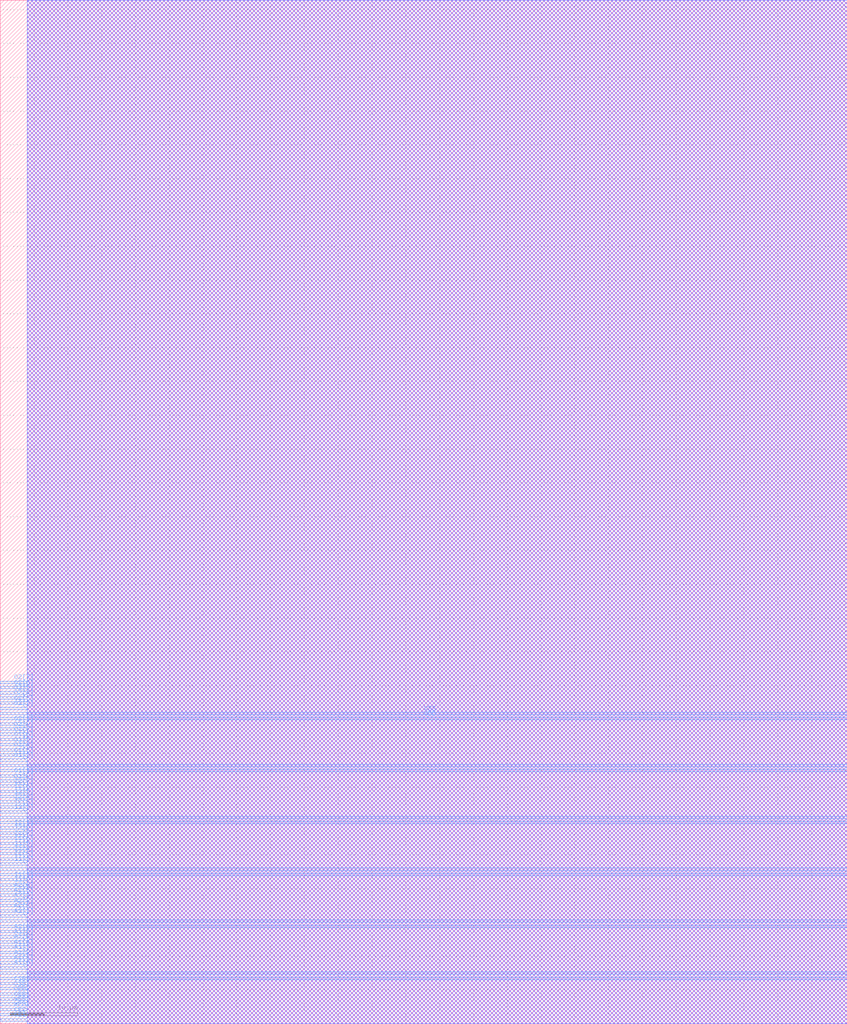
<source format=lef>
VERSION 5.6 ;
BUSBITCHARS "[]" ;
DIVIDERCHAR "/" ;

MACRO SRAM2RW128x8
  CLASS BLOCK ;
  ORIGIN 0 0 ;
  FOREIGN SRAM2RW128x8 0 0 ;
  SIZE 125.28 BY 151.408 ;
  SYMMETRY X Y ;
  SITE coreSite ;
  PIN VDD
    DIRECTION INOUT ;
    USE POWER ;
    PORT 
      LAYER M4 ;
        RECT 0.0 6.528 125.28 6.912 ;
        RECT 0.0 14.208 125.28 14.592 ;
        RECT 0.0 21.888 125.28 22.272 ;
        RECT 0.0 29.568 125.28 29.952 ;
        RECT 0.0 37.248 125.28 37.632 ;
        RECT 0.0 44.928 125.28 45.312 ;
    END 
  END VDD
  PIN VSS
    DIRECTION INOUT ;
    USE GROUND ;
    PORT 
      LAYER M4 ;
        RECT 0.0 7.296 125.28 7.68 ;
        RECT 0.0 14.976 125.28 15.36 ;
        RECT 0.0 22.656 125.28 23.04 ;
        RECT 0.0 30.336 125.28 30.72 ;
        RECT 0.0 38.016 125.28 38.4 ;
        RECT 0.0 45.696 125.28 46.08 ;
    END 
  END VSS
  PIN CE1
    DIRECTION INPUT ;
    USE SIGNAL ;
    PORT 
      LAYER M4 ;
        RECT 0.0 0.384 4.0 0.768 ;
    END 
  END CE1
  PIN CE2
    DIRECTION INPUT ;
    USE SIGNAL ;
    PORT 
      LAYER M4 ;
        RECT 0.0 1.152 4.0 1.536 ;
    END 
  END CE2
  PIN WEB1
    DIRECTION INPUT ;
    USE SIGNAL ;
    PORT 
      LAYER M4 ;
        RECT 0.0 1.92 4.0 2.304 ;
    END 
  END WEB1
  PIN WEB2
    DIRECTION INPUT ;
    USE SIGNAL ;
    PORT 
      LAYER M4 ;
        RECT 0.0 2.688 4.0 3.072 ;
    END 
  END WEB2
  PIN OEB1
    DIRECTION INPUT ;
    USE SIGNAL ;
    PORT 
      LAYER M4 ;
        RECT 0.0 3.456 4.0 3.84 ;
    END 
  END OEB1
  PIN OEB2
    DIRECTION INPUT ;
    USE SIGNAL ;
    PORT 
      LAYER M4 ;
        RECT 0.0 4.224 4.0 4.608 ;
    END 
  END OEB2
  PIN CSB1
    DIRECTION INPUT ;
    USE SIGNAL ;
    PORT 
      LAYER M4 ;
        RECT 0.0 4.992 4.0 5.376 ;
    END 
  END CSB1
  PIN CSB2
    DIRECTION INPUT ;
    USE SIGNAL ;
    PORT 
      LAYER M4 ;
        RECT 0.0 5.76 4.0 6.144 ;
    END 
  END CSB2
  PIN A1[0]
    DIRECTION INPUT ;
    USE SIGNAL ;
    PORT 
      LAYER M4 ;
        RECT 0.0 8.064 4.0 8.448 ;
    END 
  END A1[0]
  PIN A1[1]
    DIRECTION INPUT ;
    USE SIGNAL ;
    PORT 
      LAYER M4 ;
        RECT 0.0 8.832 4.0 9.216 ;
    END 
  END A1[1]
  PIN A1[2]
    DIRECTION INPUT ;
    USE SIGNAL ;
    PORT 
      LAYER M4 ;
        RECT 0.0 9.6 4.0 9.984 ;
    END 
  END A1[2]
  PIN A1[3]
    DIRECTION INPUT ;
    USE SIGNAL ;
    PORT 
      LAYER M4 ;
        RECT 0.0 10.368 4.0 10.752 ;
    END 
  END A1[3]
  PIN A1[4]
    DIRECTION INPUT ;
    USE SIGNAL ;
    PORT 
      LAYER M4 ;
        RECT 0.0 11.136 4.0 11.52 ;
    END 
  END A1[4]
  PIN A1[5]
    DIRECTION INPUT ;
    USE SIGNAL ;
    PORT 
      LAYER M4 ;
        RECT 0.0 11.904 4.0 12.288 ;
    END 
  END A1[5]
  PIN A1[6]
    DIRECTION INPUT ;
    USE SIGNAL ;
    PORT 
      LAYER M4 ;
        RECT 0.0 12.672 4.0 13.056 ;
    END 
  END A1[6]
  PIN A2[0]
    DIRECTION INPUT ;
    USE SIGNAL ;
    PORT 
      LAYER M4 ;
        RECT 0.0 13.44 4.0 13.824 ;
    END 
  END A2[0]
  PIN A2[1]
    DIRECTION INPUT ;
    USE SIGNAL ;
    PORT 
      LAYER M4 ;
        RECT 0.0 15.744 4.0 16.128 ;
    END 
  END A2[1]
  PIN A2[2]
    DIRECTION INPUT ;
    USE SIGNAL ;
    PORT 
      LAYER M4 ;
        RECT 0.0 16.512 4.0 16.896 ;
    END 
  END A2[2]
  PIN A2[3]
    DIRECTION INPUT ;
    USE SIGNAL ;
    PORT 
      LAYER M4 ;
        RECT 0.0 17.28 4.0 17.664 ;
    END 
  END A2[3]
  PIN A2[4]
    DIRECTION INPUT ;
    USE SIGNAL ;
    PORT 
      LAYER M4 ;
        RECT 0.0 18.048 4.0 18.432 ;
    END 
  END A2[4]
  PIN A2[5]
    DIRECTION INPUT ;
    USE SIGNAL ;
    PORT 
      LAYER M4 ;
        RECT 0.0 18.816 4.0 19.2 ;
    END 
  END A2[5]
  PIN A2[6]
    DIRECTION INPUT ;
    USE SIGNAL ;
    PORT 
      LAYER M4 ;
        RECT 0.0 19.584 4.0 19.968 ;
    END 
  END A2[6]
  PIN I1[0]
    DIRECTION INPUT ;
    USE SIGNAL ;
    PORT 
      LAYER M4 ;
        RECT 0.0 20.352 4.0 20.736 ;
    END 
  END I1[0]
  PIN I1[1]
    DIRECTION INPUT ;
    USE SIGNAL ;
    PORT 
      LAYER M4 ;
        RECT 0.0 21.12 4.0 21.504 ;
    END 
  END I1[1]
  PIN I1[2]
    DIRECTION INPUT ;
    USE SIGNAL ;
    PORT 
      LAYER M4 ;
        RECT 0.0 23.424 4.0 23.808 ;
    END 
  END I1[2]
  PIN I1[3]
    DIRECTION INPUT ;
    USE SIGNAL ;
    PORT 
      LAYER M4 ;
        RECT 0.0 24.192 4.0 24.576 ;
    END 
  END I1[3]
  PIN I1[4]
    DIRECTION INPUT ;
    USE SIGNAL ;
    PORT 
      LAYER M4 ;
        RECT 0.0 24.96 4.0 25.344 ;
    END 
  END I1[4]
  PIN I1[5]
    DIRECTION INPUT ;
    USE SIGNAL ;
    PORT 
      LAYER M4 ;
        RECT 0.0 25.728 4.0 26.112 ;
    END 
  END I1[5]
  PIN I1[6]
    DIRECTION INPUT ;
    USE SIGNAL ;
    PORT 
      LAYER M4 ;
        RECT 0.0 26.496 4.0 26.88 ;
    END 
  END I1[6]
  PIN I1[7]
    DIRECTION INPUT ;
    USE SIGNAL ;
    PORT 
      LAYER M4 ;
        RECT 0.0 27.264 4.0 27.648 ;
    END 
  END I1[7]
  PIN I2[0]
    DIRECTION INPUT ;
    USE SIGNAL ;
    PORT 
      LAYER M4 ;
        RECT 0.0 28.032 4.0 28.416 ;
    END 
  END I2[0]
  PIN I2[1]
    DIRECTION INPUT ;
    USE SIGNAL ;
    PORT 
      LAYER M4 ;
        RECT 0.0 28.8 4.0 29.184 ;
    END 
  END I2[1]
  PIN I2[2]
    DIRECTION INPUT ;
    USE SIGNAL ;
    PORT 
      LAYER M4 ;
        RECT 0.0 31.104 4.0 31.488 ;
    END 
  END I2[2]
  PIN I2[3]
    DIRECTION INPUT ;
    USE SIGNAL ;
    PORT 
      LAYER M4 ;
        RECT 0.0 31.872 4.0 32.256 ;
    END 
  END I2[3]
  PIN I2[4]
    DIRECTION INPUT ;
    USE SIGNAL ;
    PORT 
      LAYER M4 ;
        RECT 0.0 32.64 4.0 33.024 ;
    END 
  END I2[4]
  PIN I2[5]
    DIRECTION INPUT ;
    USE SIGNAL ;
    PORT 
      LAYER M4 ;
        RECT 0.0 33.408 4.0 33.792 ;
    END 
  END I2[5]
  PIN I2[6]
    DIRECTION INPUT ;
    USE SIGNAL ;
    PORT 
      LAYER M4 ;
        RECT 0.0 34.176 4.0 34.56 ;
    END 
  END I2[6]
  PIN I2[7]
    DIRECTION INPUT ;
    USE SIGNAL ;
    PORT 
      LAYER M4 ;
        RECT 0.0 34.944 4.0 35.328 ;
    END 
  END I2[7]
  PIN O1[0]
    DIRECTION OUTPUT ;
    USE SIGNAL ;
    PORT 
      LAYER M4 ;
        RECT 0.0 35.712 4.0 36.096 ;
    END 
  END O1[0]
  PIN O1[1]
    DIRECTION OUTPUT ;
    USE SIGNAL ;
    PORT 
      LAYER M4 ;
        RECT 0.0 36.48 4.0 36.864 ;
    END 
  END O1[1]
  PIN O1[2]
    DIRECTION OUTPUT ;
    USE SIGNAL ;
    PORT 
      LAYER M4 ;
        RECT 0.0 38.784 4.0 39.168 ;
    END 
  END O1[2]
  PIN O1[3]
    DIRECTION OUTPUT ;
    USE SIGNAL ;
    PORT 
      LAYER M4 ;
        RECT 0.0 39.552 4.0 39.936 ;
    END 
  END O1[3]
  PIN O1[4]
    DIRECTION OUTPUT ;
    USE SIGNAL ;
    PORT 
      LAYER M4 ;
        RECT 0.0 40.32 4.0 40.704 ;
    END 
  END O1[4]
  PIN O1[5]
    DIRECTION OUTPUT ;
    USE SIGNAL ;
    PORT 
      LAYER M4 ;
        RECT 0.0 41.088 4.0 41.472 ;
    END 
  END O1[5]
  PIN O1[6]
    DIRECTION OUTPUT ;
    USE SIGNAL ;
    PORT 
      LAYER M4 ;
        RECT 0.0 41.856 4.0 42.24 ;
    END 
  END O1[6]
  PIN O1[7]
    DIRECTION OUTPUT ;
    USE SIGNAL ;
    PORT 
      LAYER M4 ;
        RECT 0.0 42.624 4.0 43.008 ;
    END 
  END O1[7]
  PIN O2[0]
    DIRECTION OUTPUT ;
    USE SIGNAL ;
    PORT 
      LAYER M4 ;
        RECT 0.0 43.392 4.0 43.776 ;
    END 
  END O2[0]
  PIN O2[1]
    DIRECTION OUTPUT ;
    USE SIGNAL ;
    PORT 
      LAYER M4 ;
        RECT 0.0 44.16 4.0 44.544 ;
    END 
  END O2[1]
  PIN O2[2]
    DIRECTION OUTPUT ;
    USE SIGNAL ;
    PORT 
      LAYER M4 ;
        RECT 0.0 46.464 4.0 46.848 ;
    END 
  END O2[2]
  PIN O2[3]
    DIRECTION OUTPUT ;
    USE SIGNAL ;
    PORT 
      LAYER M4 ;
        RECT 0.0 47.232 4.0 47.616 ;
    END 
  END O2[3]
  PIN O2[4]
    DIRECTION OUTPUT ;
    USE SIGNAL ;
    PORT 
      LAYER M4 ;
        RECT 0.0 48.0 4.0 48.384 ;
    END 
  END O2[4]
  PIN O2[5]
    DIRECTION OUTPUT ;
    USE SIGNAL ;
    PORT 
      LAYER M4 ;
        RECT 0.0 48.768 4.0 49.152 ;
    END 
  END O2[5]
  PIN O2[6]
    DIRECTION OUTPUT ;
    USE SIGNAL ;
    PORT 
      LAYER M4 ;
        RECT 0.0 49.536 4.0 49.92 ;
    END 
  END O2[6]
  PIN O2[7]
    DIRECTION OUTPUT ;
    USE SIGNAL ;
    PORT 
      LAYER M4 ;
        RECT 0.0 50.304 4.0 50.688 ;
    END 
  END O2[7]
  OBS 
    LAYER M1 ;
      RECT 4.0 0.0 125.28 151.408 ;
    LAYER M2 ;
      RECT 4.0 0.0 125.28 151.408 ;
    LAYER M3 ;
      RECT 4.0 0.0 125.28 151.408 ;
  END 
END SRAM2RW128x8

END LIBRARY
</source>
